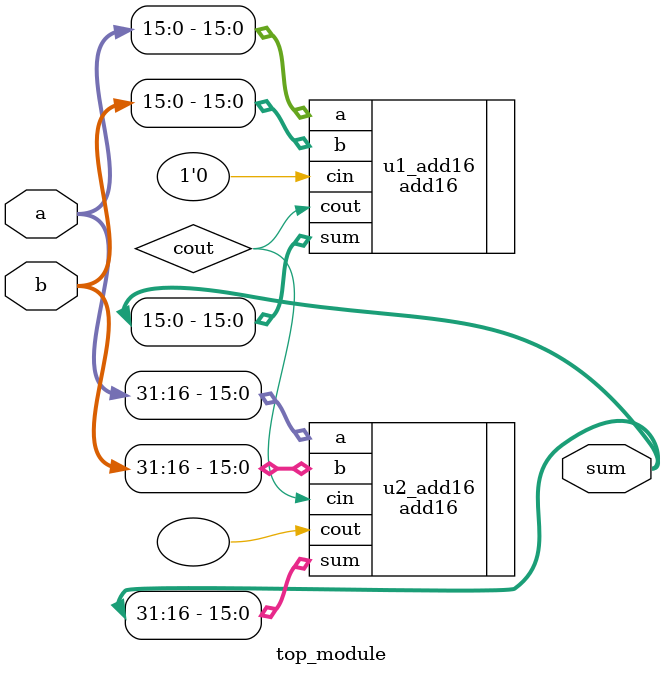
<source format=v>
module top_module(
    input [31:0] a,
    input [31:0] b,
    output [31:0] sum
);

    wire cout;
    add16 u1_add16(
        .a(a[15:0]		),
        .b(b[15:0]		),
        .cin(1'b0		),
        .sum(sum[15:0]	),
        .cout(cout		)
    );

    add16 u2_add16(
        .a(a[31:16]		),
        .b(b[31:16]		),
        .cin(cout		),
        .sum(sum[31:16]	),
        .cout(			)
    );

endmodule

</source>
